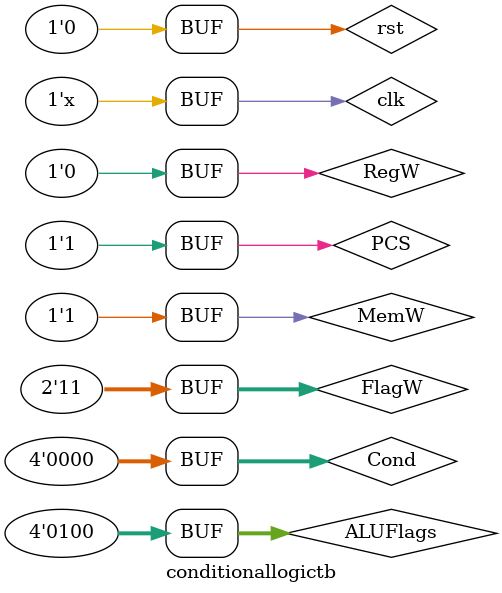
<source format=sv>
module conditionallogictb();

logic clk, rst, PCS, RegW, MemW;
logic [1:0] FlagW;
logic [3:0] Cond, ALUFlags;
logic PCSrc, RegWrite, MemWrite;

Conditional_Logic DUT(clk, rst, PCS, RegW, MemW, FlagW, Cond, ALUFlags,
		                PCSrc, RegWrite, MemWrite);
							 
initial begin

rst = 0;
clk = 0;
#10;
rst = 1;
#10;
rst = 0;
PCS = 0;
RegW = 0;
MemW = 0;

FlagW = 2'b11;
Cond = 4'b0000;
ALUFlags = 4'b0100;
#10;
PCS = 1;
MemW = 1;
#10;


end

always 
	#5 clk = !clk;

endmodule 
</source>
